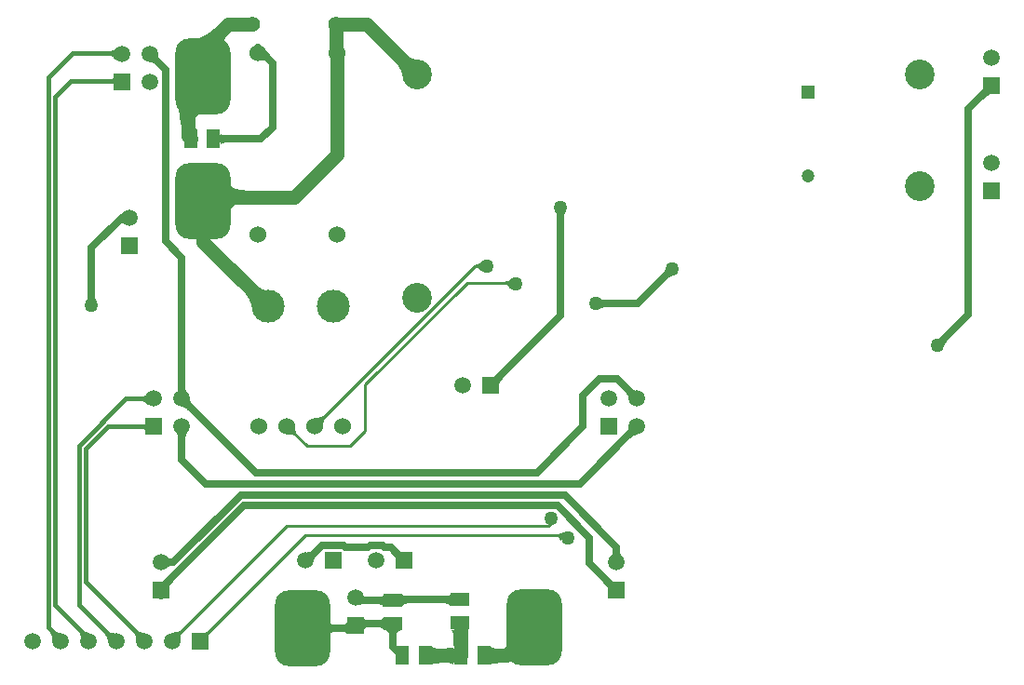
<source format=gtl>
G04 Layer_Physical_Order=1*
G04 Layer_Color=255*
%FSLAX25Y25*%
%MOIN*%
G70*
G01*
G75*
%ADD10R,0.06693X0.05039*%
G04:AMPARAMS|DCode=11|XSize=196.85mil|YSize=271.65mil|CornerRadius=49.21mil|HoleSize=0mil|Usage=FLASHONLY|Rotation=180.000|XOffset=0mil|YOffset=0mil|HoleType=Round|Shape=RoundedRectangle|*
%AMROUNDEDRECTD11*
21,1,0.19685,0.17323,0,0,180.0*
21,1,0.09843,0.27165,0,0,180.0*
1,1,0.09843,-0.04921,0.08661*
1,1,0.09843,0.04921,0.08661*
1,1,0.09843,0.04921,-0.08661*
1,1,0.09843,-0.04921,-0.08661*
%
%ADD11ROUNDEDRECTD11*%
%ADD12R,0.05039X0.06693*%
%ADD13C,0.02500*%
%ADD14C,0.05000*%
%ADD15C,0.01500*%
%ADD16C,0.01000*%
%ADD17R,0.05906X0.05906*%
%ADD18C,0.05906*%
%ADD19C,0.06000*%
%ADD20C,0.11811*%
%ADD21C,0.10630*%
%ADD22R,0.04724X0.04724*%
%ADD23C,0.04724*%
%ADD24C,0.05512*%
%ADD25R,0.05906X0.05906*%
%ADD26C,0.05000*%
G36*
X375317Y237235D02*
X375435Y237068D01*
X375576Y236920D01*
X375740Y236793D01*
X375928Y236685D01*
X376140Y236596D01*
X376375Y236527D01*
X376633Y236478D01*
X376915Y236449D01*
X377220Y236439D01*
X376072Y233939D01*
X375766Y233935D01*
X374940Y233881D01*
X374695Y233849D01*
X374250Y233763D01*
X374050Y233709D01*
X373866Y233648D01*
X373696Y233580D01*
X375223Y237421D01*
X375317Y237235D01*
D02*
G37*
G36*
X463648Y243067D02*
X464568Y242286D01*
X464975Y242002D01*
X465347Y241789D01*
X465682Y241646D01*
X465983Y241575D01*
X466247Y241573D01*
X466476Y241643D01*
X466670Y241783D01*
X463146Y238260D01*
X463286Y238453D01*
X463356Y238682D01*
X463354Y238946D01*
X463283Y239247D01*
X463140Y239582D01*
X462927Y239954D01*
X462643Y240361D01*
X462288Y240803D01*
X461366Y241795D01*
X463134Y243563D01*
X463648Y243067D01*
D02*
G37*
G36*
X307783Y242515D02*
X307255Y241969D01*
X306432Y241006D01*
X306137Y240588D01*
X305920Y240213D01*
X305781Y239881D01*
X305720Y239592D01*
X305736Y239345D01*
X305831Y239141D01*
X306003Y238980D01*
X301760Y241783D01*
X301985Y241675D01*
X302239Y241631D01*
X302522Y241650D01*
X302833Y241733D01*
X303172Y241879D01*
X303540Y242089D01*
X303936Y242362D01*
X304361Y242699D01*
X304814Y243099D01*
X305295Y243563D01*
X307783Y242515D01*
D02*
G37*
G36*
X382678Y232689D02*
X382652Y232926D01*
X382577Y233139D01*
X382451Y233326D01*
X382276Y233489D01*
X382049Y233626D01*
X381773Y233739D01*
X381447Y233826D01*
X381070Y233889D01*
X380643Y233926D01*
X380166Y233939D01*
Y236439D01*
X380643Y236451D01*
X381070Y236489D01*
X381447Y236551D01*
X381773Y236639D01*
X382049Y236751D01*
X382276Y236889D01*
X382451Y237051D01*
X382577Y237239D01*
X382652Y237451D01*
X382678Y237689D01*
Y232689D01*
D02*
G37*
G36*
X389359Y237517D02*
X389434Y237356D01*
X389559Y237214D01*
X389734Y237091D01*
X389959Y236987D01*
X390234Y236901D01*
X390559Y236835D01*
X390934Y236788D01*
X391359Y236759D01*
X391834Y236750D01*
Y234250D01*
X391358Y234237D01*
X390931Y234200D01*
X390555Y234137D01*
X390228Y234050D01*
X389952Y233937D01*
X389726Y233800D01*
X389550Y233637D01*
X389424Y233450D01*
X389348Y233237D01*
X389322Y233000D01*
X389334Y237697D01*
X389359Y237517D01*
D02*
G37*
G36*
X406677Y233000D02*
X406652Y233237D01*
X406577Y233450D01*
X406451Y233637D01*
X406276Y233800D01*
X406049Y233937D01*
X405773Y234050D01*
X405447Y234137D01*
X405070Y234200D01*
X404643Y234237D01*
X404166Y234250D01*
Y236750D01*
X404643Y236762D01*
X405070Y236800D01*
X405447Y236862D01*
X405773Y236950D01*
X406049Y237062D01*
X406276Y237200D01*
X406451Y237362D01*
X406577Y237550D01*
X406652Y237762D01*
X406677Y238000D01*
Y233000D01*
D02*
G37*
G36*
X305612Y250393D02*
X305700Y250332D01*
X305816Y250279D01*
X305960Y250233D01*
X306131Y250193D01*
X306330Y250161D01*
X306812Y250118D01*
X307404Y250104D01*
Y247604D01*
X307094Y247601D01*
X306330Y247547D01*
X306131Y247515D01*
X305960Y247476D01*
X305816Y247430D01*
X305700Y247376D01*
X305612Y247316D01*
X305552Y247248D01*
Y250461D01*
X305612Y250393D01*
D02*
G37*
G36*
X446164Y256610D02*
X446052Y256874D01*
X445930Y257111D01*
X445796Y257319D01*
X445651Y257500D01*
X445496Y257652D01*
X445329Y257778D01*
X445151Y257875D01*
X444962Y257944D01*
X444762Y257986D01*
X444551Y258000D01*
X445000Y259000D01*
X445126Y259008D01*
X445280Y259033D01*
X445464Y259073D01*
X445917Y259204D01*
X446814Y259522D01*
X447556Y259815D01*
X446164Y256610D01*
D02*
G37*
G36*
X312309Y295212D02*
X312170Y295030D01*
X312048Y294833D01*
X311942Y294621D01*
X311852Y294395D01*
X311778Y294153D01*
X311721Y293898D01*
X311680Y293627D01*
X311656Y293341D01*
X311648Y293041D01*
X309148D01*
X309139Y293341D01*
X309115Y293627D01*
X309074Y293898D01*
X309017Y294153D01*
X308943Y294395D01*
X308854Y294621D01*
X308747Y294833D01*
X308625Y295030D01*
X308486Y295212D01*
X308331Y295379D01*
X312464D01*
X312309Y295212D01*
D02*
G37*
G36*
X473368Y294535D02*
X473140Y294527D01*
X472913Y294496D01*
X472687Y294443D01*
X472462Y294369D01*
X472238Y294272D01*
X472016Y294154D01*
X471795Y294013D01*
X471574Y293851D01*
X471355Y293666D01*
X471137Y293460D01*
X469369Y295228D01*
X469576Y295446D01*
X469760Y295665D01*
X469923Y295885D01*
X470063Y296106D01*
X470182Y296329D01*
X470278Y296553D01*
X470353Y296777D01*
X470406Y297003D01*
X470436Y297230D01*
X470445Y297459D01*
X473368Y294535D01*
D02*
G37*
G36*
X387306Y253979D02*
X388243Y253182D01*
X388654Y252894D01*
X389027Y252679D01*
X389362Y252538D01*
X389657Y252470D01*
X389915Y252476D01*
X390134Y252555D01*
X390315Y252708D01*
X387071Y248905D01*
X387199Y249111D01*
X387259Y249350D01*
X387250Y249621D01*
X387174Y249926D01*
X387030Y250263D01*
X386818Y250633D01*
X386539Y251035D01*
X386191Y251471D01*
X385291Y252441D01*
X386780Y254488D01*
X387306Y253979D01*
D02*
G37*
G36*
X467325Y253301D02*
X467333Y253001D01*
X467357Y252716D01*
X467398Y252445D01*
X467455Y252189D01*
X467529Y251948D01*
X467619Y251721D01*
X467725Y251510D01*
X467848Y251313D01*
X467986Y251131D01*
X468142Y250963D01*
X464008Y250963D01*
X464163Y251131D01*
X464302Y251313D01*
X464425Y251510D01*
X464531Y251721D01*
X464620Y251948D01*
X464694Y252189D01*
X464751Y252445D01*
X464792Y252716D01*
X464817Y253001D01*
X464825Y253301D01*
X467325Y253301D01*
D02*
G37*
G36*
X358694Y251293D02*
X358486Y251077D01*
X358122Y250647D01*
X357965Y250433D01*
X357826Y250219D01*
X357704Y250007D01*
X357599Y249795D01*
X357511Y249584D01*
X357441Y249373D01*
X357388Y249163D01*
X355174Y252654D01*
X355392Y252617D01*
X355611Y252607D01*
X355829Y252623D01*
X356048Y252667D01*
X356268Y252739D01*
X356487Y252837D01*
X356707Y252963D01*
X356927Y253116D01*
X357148Y253296D01*
X357369Y253503D01*
X358694Y251293D01*
D02*
G37*
G36*
X264581Y224498D02*
X264782Y224351D01*
X265003Y224219D01*
X265245Y224103D01*
X265507Y224002D01*
X265790Y223917D01*
X266093Y223847D01*
X266417Y223793D01*
X266761Y223753D01*
X267126Y223729D01*
X264053Y220965D01*
X264066Y221317D01*
X264059Y221651D01*
X264031Y221966D01*
X263984Y222263D01*
X263917Y222542D01*
X263830Y222802D01*
X263723Y223043D01*
X263596Y223267D01*
X263449Y223471D01*
X263282Y223657D01*
X264401Y224660D01*
X264581Y224498D01*
D02*
G37*
G36*
X294581D02*
X294782Y224351D01*
X295003Y224219D01*
X295245Y224103D01*
X295507Y224002D01*
X295790Y223917D01*
X296093Y223847D01*
X296417Y223793D01*
X296761Y223753D01*
X297126Y223729D01*
X294053Y220965D01*
X294066Y221317D01*
X294059Y221651D01*
X294031Y221966D01*
X293984Y222263D01*
X293917Y222542D01*
X293830Y222802D01*
X293723Y223043D01*
X293596Y223267D01*
X293449Y223471D01*
X293282Y223657D01*
X294401Y224660D01*
X294581Y224498D01*
D02*
G37*
G36*
X310570Y223863D02*
X310427Y223697D01*
X310302Y223504D01*
X310195Y223284D01*
X310106Y223035D01*
X310035Y222759D01*
X309982Y222456D01*
X309946Y222125D01*
X309929Y221766D01*
X309947Y220965D01*
X306873Y223729D01*
X307307Y223755D01*
X308082Y223842D01*
X308423Y223904D01*
X308734Y223978D01*
X309014Y224064D01*
X309262Y224163D01*
X309481Y224274D01*
X309668Y224397D01*
X309825Y224532D01*
X310570Y223863D01*
D02*
G37*
G36*
X421058Y218676D02*
X421208Y218534D01*
X421458Y218409D01*
X421808Y218300D01*
X422258Y218209D01*
X422808Y218133D01*
X424208Y218033D01*
X426008Y218000D01*
Y213000D01*
X425058Y212992D01*
X422258Y212791D01*
X421808Y212700D01*
X421458Y212591D01*
X421208Y212466D01*
X421058Y212324D01*
X421008Y212165D01*
Y218834D01*
X421058Y218676D01*
D02*
G37*
G36*
X413235Y224753D02*
X413146Y224603D01*
X413067Y224353D01*
X412999Y224003D01*
X412942Y223553D01*
X412858Y222353D01*
X412817Y220113D01*
X412819Y218834D01*
X407803D01*
Y212165D01*
X407753Y212324D01*
X407603Y212466D01*
X407353Y212591D01*
X407003Y212700D01*
X406553Y212791D01*
X406003Y212866D01*
X404603Y212967D01*
X403892Y212980D01*
X401258Y212791D01*
X400808Y212700D01*
X400458Y212591D01*
X400208Y212466D01*
X400058Y212324D01*
X400008Y212165D01*
Y218834D01*
X400058Y218676D01*
X400208Y218534D01*
X400458Y218409D01*
X400808Y218300D01*
X401258Y218209D01*
X401808Y218133D01*
X403208Y218033D01*
X403919Y218020D01*
X406553Y218209D01*
X407003Y218300D01*
X407353Y218409D01*
X407603Y218534D01*
X407753Y218676D01*
X407803Y218834D01*
X407805Y220259D01*
X407799Y220753D01*
X407628Y223003D01*
X407525Y223553D01*
X407399Y224003D01*
X407250Y224353D01*
X407078Y224603D01*
X406883Y224753D01*
X406666Y224803D01*
X413334D01*
X413235Y224753D01*
D02*
G37*
G36*
X283997Y224084D02*
X284204Y223938D01*
X284427Y223817D01*
X284665Y223721D01*
X284919Y223650D01*
X285188Y223605D01*
X285473Y223584D01*
X285773Y223589D01*
X286089Y223619D01*
X286420Y223675D01*
X284094Y220257D01*
X284020Y220633D01*
X283845Y221316D01*
X283744Y221623D01*
X283516Y222169D01*
X283389Y222408D01*
X283252Y222623D01*
X283107Y222816D01*
X282953Y222986D01*
X283805Y224256D01*
X283997Y224084D01*
D02*
G37*
G36*
X274921Y224656D02*
X275114Y224511D01*
X275331Y224375D01*
X275570Y224248D01*
X275832Y224132D01*
X276116Y224025D01*
X276424Y223927D01*
X277105Y223761D01*
X277480Y223693D01*
X274097Y221318D01*
X274148Y221652D01*
X274174Y221970D01*
X274176Y222271D01*
X274153Y222558D01*
X274105Y222828D01*
X274032Y223083D01*
X273936Y223322D01*
X273814Y223545D01*
X273667Y223752D01*
X273496Y223943D01*
X274749Y224811D01*
X274921Y224656D01*
D02*
G37*
G36*
X320648Y223941D02*
X320439Y223725D01*
X320112Y223342D01*
X319994Y223176D01*
X319907Y223026D01*
X319851Y222893D01*
X319825Y222777D01*
X319829Y222677D01*
X319864Y222593D01*
X319929Y222527D01*
X318306Y223708D01*
X318392Y223663D01*
X318491Y223643D01*
X318602Y223650D01*
X318725Y223683D01*
X318861Y223742D01*
X319008Y223827D01*
X319168Y223938D01*
X319340Y224075D01*
X319720Y224427D01*
X320648Y223941D01*
D02*
G37*
G36*
X375466Y229036D02*
X375541Y228871D01*
X375666Y228725D01*
X375841Y228599D01*
X376066Y228492D01*
X376341Y228405D01*
X376666Y228337D01*
X377041Y228289D01*
X377466Y228260D01*
X377941Y228250D01*
Y225750D01*
X377464Y225737D01*
X377037Y225700D01*
X376661Y225637D01*
X376335Y225550D01*
X376058Y225437D01*
X375832Y225300D01*
X375656Y225137D01*
X375530Y224950D01*
X375454Y224737D01*
X375429Y224500D01*
X375441Y229220D01*
X375466Y229036D01*
D02*
G37*
G36*
X382678Y224500D02*
X382652Y224737D01*
X382577Y224950D01*
X382451Y225137D01*
X382276Y225300D01*
X382049Y225437D01*
X381773Y225550D01*
X381447Y225637D01*
X381070Y225700D01*
X380643Y225737D01*
X380166Y225750D01*
Y228250D01*
X380643Y228262D01*
X381070Y228300D01*
X381447Y228362D01*
X381773Y228450D01*
X382049Y228562D01*
X382276Y228700D01*
X382451Y228862D01*
X382577Y229050D01*
X382652Y229262D01*
X382678Y229500D01*
Y224500D01*
D02*
G37*
G36*
X388262Y224467D02*
X388050Y224392D01*
X387862Y224267D01*
X387700Y224092D01*
X387562Y223867D01*
X387450Y223592D01*
X387362Y223267D01*
X387300Y222892D01*
X387262Y222467D01*
X387250Y221992D01*
X384750D01*
X384737Y222467D01*
X384700Y222892D01*
X384637Y223267D01*
X384550Y223592D01*
X384437Y223867D01*
X384300Y224092D01*
X384137Y224267D01*
X383950Y224392D01*
X383737Y224467D01*
X383500Y224492D01*
X388500D01*
X388262Y224467D01*
D02*
G37*
G36*
X363359Y227542D02*
X363434Y227329D01*
X363560Y227142D01*
X363736Y226979D01*
X363962Y226842D01*
X364238Y226729D01*
X364564Y226642D01*
X364941Y226579D01*
X365368Y226542D01*
X365846Y226530D01*
Y224029D01*
X365368Y224017D01*
X364941Y223979D01*
X364564Y223917D01*
X364238Y223830D01*
X363962Y223717D01*
X363736Y223580D01*
X363560Y223417D01*
X363434Y223230D01*
X363359Y223017D01*
X363334Y222779D01*
Y227780D01*
X363359Y227542D01*
D02*
G37*
G36*
X369559Y223339D02*
X369534Y223470D01*
X369459Y223587D01*
X369334Y223691D01*
X369159Y223781D01*
X368934Y223857D01*
X368659Y223919D01*
X368334Y223967D01*
X367959Y224002D01*
X367059Y224029D01*
Y226530D01*
X367536Y226542D01*
X367962Y226579D01*
X368339Y226642D01*
X368665Y226729D01*
X368941Y226842D01*
X369168Y226979D01*
X369344Y227142D01*
X369470Y227329D01*
X369546Y227542D01*
X369571Y227780D01*
X369559Y223339D01*
D02*
G37*
G36*
X351003Y297316D02*
X351055Y296540D01*
X351104Y296197D01*
X351168Y295884D01*
X351248Y295601D01*
X351342Y295348D01*
X351452Y295125D01*
X351577Y294932D01*
X351718Y294769D01*
X351011Y294061D01*
X350848Y294202D01*
X350655Y294327D01*
X350431Y294437D01*
X350178Y294532D01*
X349895Y294611D01*
X349582Y294675D01*
X349239Y294724D01*
X348463Y294777D01*
X348030Y294780D01*
X351000Y297749D01*
X351003Y297316D01*
D02*
G37*
G36*
X327884Y384304D02*
X328034Y383879D01*
X328285Y383505D01*
X328636Y383179D01*
X329087Y382905D01*
X329638Y382680D01*
X330290Y382505D01*
X331041Y382380D01*
X331893Y382305D01*
X332846Y382279D01*
Y377279D01*
X331893Y377255D01*
X331041Y377180D01*
X330290Y377055D01*
X329638Y376880D01*
X329087Y376655D01*
X328636Y376379D01*
X328285Y376055D01*
X328034Y375679D01*
X327884Y375255D01*
X327834Y374780D01*
Y384780D01*
X327884Y384304D01*
D02*
G37*
G36*
X324210Y402762D02*
X324285Y402550D01*
X324411Y402362D01*
X324587Y402200D01*
X324813Y402062D01*
X325089Y401950D01*
X325415Y401862D01*
X325792Y401800D01*
X326219Y401762D01*
X326697Y401750D01*
Y399250D01*
X326219Y399237D01*
X325792Y399200D01*
X325415Y399137D01*
X325089Y399050D01*
X324813Y398937D01*
X324587Y398800D01*
X324411Y398637D01*
X324285Y398450D01*
X324210Y398237D01*
X324185Y398000D01*
Y403000D01*
X324210Y402762D01*
D02*
G37*
G36*
X317500Y409426D02*
X317025Y409513D01*
X316600Y409469D01*
X316225Y409294D01*
X315900Y408989D01*
X315625Y408553D01*
X315400Y407986D01*
X315225Y407289D01*
X315104Y406488D01*
X315161Y405634D01*
X315252Y405084D01*
X315363Y404634D01*
X315494Y404284D01*
X315645Y404034D01*
X315816Y403884D01*
X316008Y403834D01*
X310992D01*
X310689Y405361D01*
X310000Y405512D01*
X309987Y406380D01*
X309790Y408705D01*
X309673Y409387D01*
X309359Y410613D01*
X309162Y411156D01*
X308940Y411653D01*
X308691Y412103D01*
X317500Y409426D01*
D02*
G37*
G36*
X417715Y353250D02*
X417472Y353487D01*
X417005Y353887D01*
X416780Y354050D01*
X416561Y354187D01*
X416347Y354300D01*
X416140Y354387D01*
X415938Y354450D01*
X415741Y354487D01*
X415551Y354500D01*
Y355500D01*
X415741Y355512D01*
X415938Y355550D01*
X416140Y355612D01*
X416347Y355700D01*
X416561Y355812D01*
X416780Y355950D01*
X417005Y356112D01*
X417236Y356300D01*
X417715Y356750D01*
Y353250D01*
D02*
G37*
G36*
X289629Y370133D02*
X289493Y370231D01*
X289347Y370293D01*
X289191Y370321D01*
X289024Y370315D01*
X288848Y370273D01*
X288661Y370197D01*
X288464Y370086D01*
X288257Y369940D01*
X288040Y369760D01*
X287813Y369545D01*
X286494Y371762D01*
X289113Y373985D01*
X289629Y370133D01*
D02*
G37*
G36*
X447655Y374108D02*
X447570Y373983D01*
X447495Y373840D01*
X447430Y373679D01*
X447375Y373500D01*
X447330Y373303D01*
X447295Y373088D01*
X447270Y372855D01*
X447250Y372335D01*
X444750D01*
X444745Y372604D01*
X444705Y373088D01*
X444670Y373303D01*
X444625Y373500D01*
X444570Y373679D01*
X444505Y373840D01*
X444430Y373983D01*
X444345Y374108D01*
X444250Y374215D01*
X447750D01*
X447655Y374108D01*
D02*
G37*
G36*
X600925Y416559D02*
X600731Y416701D01*
X600501Y416771D01*
X600236D01*
X599935Y416701D01*
X599600Y416559D01*
X599228Y416347D01*
X598822Y416064D01*
X598380Y415711D01*
X597390Y414791D01*
X595622Y416559D01*
X596117Y417072D01*
X596895Y417991D01*
X597178Y418398D01*
X597390Y418769D01*
X597531Y419105D01*
X597602Y419405D01*
Y419670D01*
X597531Y419900D01*
X597390Y420095D01*
X600925Y416559D01*
D02*
G37*
G36*
X340257Y432481D02*
X340331Y432367D01*
X340424Y432239D01*
X340670Y431936D01*
X341188Y431369D01*
X341632Y430915D01*
X341007Y428005D01*
X340780Y428218D01*
X340557Y428397D01*
X340339Y428544D01*
X340126Y428658D01*
X339917Y428739D01*
X339713Y428787D01*
X339513Y428802D01*
X339317Y428783D01*
X339127Y428732D01*
X338941Y428648D01*
X340204Y432579D01*
X340257Y432481D01*
D02*
G37*
G36*
X286595Y429139D02*
X286370Y429403D01*
X286143Y429640D01*
X285912Y429848D01*
X285678Y430029D01*
X285441Y430182D01*
X285200Y430307D01*
X284957Y430404D01*
X284711Y430474D01*
X284461Y430516D01*
X284209Y430529D01*
X284363Y432029D01*
X284601Y432042D01*
X284845Y432078D01*
X285095Y432140D01*
X285350Y432225D01*
X285612Y432335D01*
X285878Y432470D01*
X286151Y432629D01*
X286429Y432813D01*
X287003Y433253D01*
X286595Y429139D01*
D02*
G37*
G36*
X328444Y439688D02*
X327598Y438807D01*
X326366Y437292D01*
X325979Y436658D01*
X325745Y436106D01*
X325664Y435636D01*
X325736Y435249D01*
X325961Y434943D01*
X326339Y434720D01*
X326869Y434579D01*
X314735Y436574D01*
X315351Y436520D01*
X315986Y436556D01*
X316643Y436684D01*
X317319Y436903D01*
X318016Y437212D01*
X318733Y437612D01*
X319471Y438103D01*
X320229Y438685D01*
X321007Y439358D01*
X321806Y440121D01*
X328444Y439688D01*
D02*
G37*
G36*
X285969Y419779D02*
X285954Y419922D01*
X285908Y420049D01*
X285833Y420162D01*
X285727Y420260D01*
X285591Y420342D01*
X285424Y420409D01*
X285228Y420462D01*
X285001Y420500D01*
X284744Y420522D01*
X284457Y420530D01*
Y422029D01*
X284744Y422037D01*
X285001Y422059D01*
X285228Y422097D01*
X285424Y422150D01*
X285591Y422217D01*
X285727Y422299D01*
X285833Y422397D01*
X285908Y422509D01*
X285954Y422637D01*
X285969Y422780D01*
Y419779D01*
D02*
G37*
G36*
X391101Y430731D02*
X391891Y430079D01*
X392276Y429815D01*
X392655Y429592D01*
X393026Y429410D01*
X393391Y429269D01*
X393750Y429170D01*
X394102Y429111D01*
X394447Y429094D01*
X389185Y423833D01*
X389168Y424178D01*
X389110Y424530D01*
X389010Y424888D01*
X388870Y425253D01*
X388688Y425625D01*
X388465Y426003D01*
X388200Y426388D01*
X387895Y426780D01*
X387548Y427178D01*
X387161Y427583D01*
X390696Y431119D01*
X391101Y430731D01*
D02*
G37*
G36*
X301859Y430730D02*
X301890Y430503D01*
X301942Y430277D01*
X302017Y430053D01*
X302113Y429829D01*
X302232Y429606D01*
X302372Y429385D01*
X302535Y429165D01*
X302719Y428946D01*
X302926Y428728D01*
X301158Y426960D01*
X300940Y427166D01*
X300721Y427351D01*
X300501Y427513D01*
X300279Y427654D01*
X300057Y427772D01*
X299833Y427869D01*
X299608Y427944D01*
X299382Y427996D01*
X299155Y428027D01*
X298927Y428035D01*
X301850Y430959D01*
X301859Y430730D01*
D02*
G37*
G36*
X298289Y305421D02*
X298031Y305671D01*
X297775Y305895D01*
X297520Y306093D01*
X297266Y306264D01*
X297014Y306409D01*
X296762Y306527D01*
X296513Y306620D01*
X296264Y306685D01*
X296016Y306725D01*
X295770Y306738D01*
Y308238D01*
X296016Y308251D01*
X296264Y308291D01*
X296513Y308357D01*
X296762Y308449D01*
X297014Y308567D01*
X297266Y308712D01*
X297520Y308883D01*
X297775Y309081D01*
X298031Y309305D01*
X298289Y309555D01*
Y305421D01*
D02*
G37*
G36*
X471355Y311310D02*
X471574Y311125D01*
X471795Y310963D01*
X472016Y310823D01*
X472238Y310704D01*
X472462Y310607D01*
X472687Y310533D01*
X472913Y310480D01*
X473140Y310449D01*
X473368Y310441D01*
X470445Y307518D01*
X470436Y307746D01*
X470406Y307973D01*
X470353Y308199D01*
X470278Y308424D01*
X470182Y308647D01*
X470063Y308870D01*
X469923Y309091D01*
X469760Y309312D01*
X469576Y309531D01*
X469369Y309749D01*
X471137Y311516D01*
X471355Y311310D01*
D02*
G37*
G36*
X311656Y311635D02*
X311680Y311349D01*
X311721Y311079D01*
X311778Y310823D01*
X311852Y310582D01*
X311942Y310355D01*
X312048Y310144D01*
X312170Y309947D01*
X312309Y309764D01*
X312464Y309597D01*
X308331D01*
X308486Y309764D01*
X308625Y309947D01*
X308747Y310144D01*
X308854Y310355D01*
X308943Y310582D01*
X309017Y310823D01*
X309074Y311079D01*
X309115Y311349D01*
X309139Y311635D01*
X309148Y311935D01*
X311648D01*
X311656Y311635D01*
D02*
G37*
G36*
X297469Y295988D02*
X297454Y296131D01*
X297408Y296258D01*
X297333Y296371D01*
X297227Y296468D01*
X297091Y296551D01*
X296924Y296618D01*
X296728Y296671D01*
X296501Y296708D01*
X296244Y296731D01*
X295957Y296738D01*
Y298238D01*
X296244Y298246D01*
X296501Y298268D01*
X296728Y298306D01*
X296924Y298358D01*
X297091Y298426D01*
X297227Y298508D01*
X297333Y298606D01*
X297408Y298718D01*
X297454Y298846D01*
X297469Y298988D01*
Y295988D01*
D02*
G37*
G36*
X361774Y300709D02*
X361636Y300548D01*
X361511Y300357D01*
X361400Y300135D01*
X361303Y299882D01*
X361219Y299598D01*
X361148Y299283D01*
X361090Y298936D01*
X361016Y298151D01*
X360999Y297712D01*
X358127Y300777D01*
X358554Y300766D01*
X359321Y300797D01*
X359661Y300838D01*
X359971Y300895D01*
X360253Y300970D01*
X360506Y301062D01*
X360730Y301171D01*
X360925Y301296D01*
X361090Y301439D01*
X361774Y300709D01*
D02*
G37*
G36*
X313359Y307230D02*
X313390Y307003D01*
X313442Y306777D01*
X313517Y306553D01*
X313613Y306329D01*
X313732Y306106D01*
X313872Y305885D01*
X314035Y305665D01*
X314219Y305446D01*
X314426Y305228D01*
X312658Y303460D01*
X312440Y303666D01*
X312221Y303851D01*
X312001Y304013D01*
X311779Y304154D01*
X311557Y304272D01*
X311333Y304369D01*
X311108Y304444D01*
X310882Y304496D01*
X310655Y304527D01*
X310427Y304536D01*
X313350Y307459D01*
X313359Y307230D01*
D02*
G37*
G36*
X425708Y315220D02*
X425212Y314706D01*
X424432Y313786D01*
X424148Y313379D01*
X423935Y313007D01*
X423792Y312672D01*
X423720Y312372D01*
X423719Y312107D01*
X423788Y311878D01*
X423929Y311685D01*
X420405Y315208D01*
X420599Y315068D01*
X420827Y314999D01*
X421092Y315000D01*
X421392Y315072D01*
X421728Y315214D01*
X422099Y315428D01*
X422506Y315712D01*
X422949Y316066D01*
X423941Y316988D01*
X425708Y315220D01*
D02*
G37*
G36*
X279255Y344396D02*
X279295Y343912D01*
X279330Y343697D01*
X279375Y343500D01*
X279430Y343321D01*
X279495Y343160D01*
X279570Y343017D01*
X279655Y342892D01*
X279750Y342785D01*
X276250D01*
X276345Y342892D01*
X276430Y343017D01*
X276505Y343160D01*
X276570Y343321D01*
X276625Y343500D01*
X276670Y343697D01*
X276705Y343912D01*
X276730Y344145D01*
X276750Y344665D01*
X279250D01*
X279255Y344396D01*
D02*
G37*
G36*
X427901Y347142D02*
X427724Y347400D01*
X427544Y347631D01*
X427361Y347835D01*
X427175Y348011D01*
X426987Y348161D01*
X426795Y348283D01*
X426601Y348378D01*
X426403Y348446D01*
X426203Y348486D01*
X426000Y348500D01*
X426209Y349500D01*
X426377Y349511D01*
X426562Y349543D01*
X426762Y349596D01*
X426978Y349671D01*
X427209Y349768D01*
X427719Y350025D01*
X427997Y350186D01*
X428601Y350572D01*
X427901Y347142D01*
D02*
G37*
G36*
X485975Y351500D02*
X485832Y351492D01*
X485684Y351463D01*
X485530Y351415D01*
X485370Y351347D01*
X485204Y351260D01*
X485033Y351152D01*
X484856Y351025D01*
X484674Y350878D01*
X484292Y350524D01*
X482524Y352292D01*
X482711Y352486D01*
X483025Y352856D01*
X483152Y353033D01*
X483260Y353204D01*
X483347Y353370D01*
X483415Y353530D01*
X483463Y353684D01*
X483492Y353832D01*
X483500Y353975D01*
X485975Y351500D01*
D02*
G37*
G36*
X584475Y328208D02*
X584289Y328014D01*
X583975Y327643D01*
X583848Y327467D01*
X583740Y327296D01*
X583653Y327130D01*
X583585Y326970D01*
X583537Y326816D01*
X583508Y326668D01*
X583500Y326525D01*
X581025Y329000D01*
X581168Y329008D01*
X581316Y329037D01*
X581470Y329085D01*
X581630Y329153D01*
X581796Y329240D01*
X581967Y329348D01*
X582143Y329475D01*
X582326Y329622D01*
X582708Y329975D01*
X584475Y328208D01*
D02*
G37*
G36*
X460392Y343155D02*
X460517Y343070D01*
X460660Y342995D01*
X460821Y342930D01*
X461000Y342875D01*
X461197Y342830D01*
X461412Y342795D01*
X461645Y342770D01*
X462165Y342750D01*
Y340250D01*
X461896Y340245D01*
X461412Y340205D01*
X461197Y340170D01*
X461000Y340125D01*
X460821Y340070D01*
X460660Y340005D01*
X460517Y339930D01*
X460392Y339845D01*
X460285Y339750D01*
Y343250D01*
X460392Y343155D01*
D02*
G37*
G36*
X337104Y348140D02*
X337542Y347771D01*
X337983Y347446D01*
X338425Y347165D01*
X338871Y346928D01*
X339318Y346734D01*
X339768Y346585D01*
X340219Y346480D01*
X340673Y346419D01*
X341130Y346401D01*
X335284Y340555D01*
X335266Y341012D01*
X335205Y341466D01*
X335100Y341917D01*
X334950Y342367D01*
X334757Y342814D01*
X334520Y343260D01*
X334239Y343702D01*
X333914Y344143D01*
X333545Y344581D01*
X333133Y345017D01*
X336668Y348552D01*
X337104Y348140D01*
D02*
G37*
D10*
X386000Y227000D02*
D03*
Y235189D02*
D03*
X410000Y235500D02*
D03*
Y227311D02*
D03*
D11*
X318000Y378279D02*
D03*
Y423000D02*
D03*
X436500Y225500D02*
D03*
X353500Y225279D02*
D03*
D12*
X418500Y215500D02*
D03*
X410311D02*
D03*
X397500D02*
D03*
X389311D02*
D03*
X313500Y400500D02*
D03*
X321689D02*
D03*
D13*
X386000Y235189D02*
X386311Y235500D01*
X410000D01*
X372500Y236280D02*
X373590Y235189D01*
X386000D01*
X372500Y226279D02*
X373220Y227000D01*
X386000D01*
Y218811D02*
X389311Y215500D01*
X386000Y218811D02*
Y227000D01*
X338720Y400500D02*
X343000Y404779D01*
X321689Y400500D02*
X338720D01*
X303075Y248854D02*
X307404D01*
X466386Y314500D02*
X473398Y307488D01*
X460000Y314500D02*
X466386D01*
X454000Y308500D02*
X460000Y314500D01*
X454000Y297500D02*
Y308500D01*
X473398Y307488D02*
X474512D01*
X592000Y411169D02*
X600331Y419500D01*
X288854Y372354D02*
X291575D01*
X278000Y361500D02*
X288854Y372354D01*
X278000Y341000D02*
Y361500D01*
X303000Y237000D02*
Y239500D01*
X337500Y433280D02*
X343000Y427779D01*
Y404779D02*
Y427779D01*
X353500Y225279D02*
X371779D01*
X372500Y226000D02*
Y226279D01*
X371779Y225279D02*
X372500Y226000D01*
X310398Y307488D02*
Y358102D01*
X304500Y364000D02*
X310398Y358102D01*
X304500Y364000D02*
Y425386D01*
X298898Y430988D02*
X304500Y425386D01*
X456429Y248500D02*
X466075Y238854D01*
X581000Y326500D02*
X592000Y337500D01*
Y411169D01*
X354500Y249780D02*
X355412D01*
X456429Y248500D02*
Y257675D01*
X466075Y248854D02*
Y254425D01*
X307404Y248854D02*
X331550Y273000D01*
X447500D01*
X466075Y254425D01*
X319000Y277000D02*
X452909D01*
X473398Y297488D01*
X310398Y285602D02*
Y297488D01*
Y285602D02*
X319000Y277000D01*
X437500Y281000D02*
X454000Y297500D01*
X310398Y307488D02*
X336886Y281000D01*
X437500D01*
X421000Y312280D02*
X446000Y337280D01*
Y376000D01*
X458500Y341500D02*
X473500D01*
X486000Y354000D01*
X382887Y254250D02*
X385250D01*
X389500Y250000D01*
X355412Y249780D02*
X360615Y254982D01*
X368385D01*
X369117Y254250D01*
X377113D01*
X377845Y254982D01*
X382155D01*
X382887Y254250D01*
X332750Y269250D02*
X444854D01*
X303000Y239500D02*
X332750Y269250D01*
X444854D02*
X456429Y257675D01*
D14*
X426500Y215500D02*
X436500Y225500D01*
X418500Y215500D02*
X426500D01*
X410000Y227311D02*
X410311Y227000D01*
Y215500D02*
Y227000D01*
X397500Y215500D02*
X410311D01*
X312500Y417500D02*
X318000Y423000D01*
X312500Y401500D02*
Y417500D01*
Y401500D02*
X313500Y400500D01*
X318000Y423000D02*
Y432780D01*
X376500Y441780D02*
X394500Y423779D01*
X365500Y441780D02*
X376500D01*
X365846Y395126D02*
Y431280D01*
X350500Y379780D02*
X365846Y395126D01*
X319500Y379780D02*
X350500D01*
X318000Y378279D02*
X319500Y379780D01*
X365500Y431626D02*
X365846Y431280D01*
X365500Y431626D02*
Y441780D01*
X327000D02*
X335500D01*
X318000Y432780D02*
X327000Y441780D01*
X318000Y363685D02*
Y378279D01*
Y363685D02*
X341189Y340496D01*
D15*
X290453Y307488D02*
X300398D01*
X273500Y233500D02*
Y290535D01*
X290453Y307488D01*
X283988Y297488D02*
X300398D01*
X276000Y289500D02*
X283988Y297488D01*
X276000Y242000D02*
Y289500D01*
X265000Y233500D02*
X277250Y221250D01*
X262500Y225500D02*
X267000Y221000D01*
X273500Y233500D02*
X285500Y221500D01*
X276000Y242000D02*
X297000Y221000D01*
X262500Y225500D02*
Y422500D01*
X271280Y431280D01*
X287000D01*
X265000Y233500D02*
Y415500D01*
X270779Y421279D01*
X287000D01*
D16*
X358000Y297779D02*
X358138D01*
X415358Y355000D01*
X348000Y297779D02*
X355279Y290500D01*
X370500D01*
X376000Y296000D01*
Y312500D01*
X415358Y355000D02*
X419500D01*
X429500Y349000D02*
X430000Y348500D01*
X376000Y312500D02*
X412500Y349000D01*
X429500D01*
X307000Y221000D02*
X348000Y262000D01*
X317000Y221000D02*
X354500Y258500D01*
X348000Y262000D02*
X441500D01*
X442500Y263000D01*
Y264500D01*
X354500Y258500D02*
X447500D01*
X448500Y257500D01*
D17*
X466075Y238854D02*
D03*
X600331Y382000D02*
D03*
Y419500D02*
D03*
X303075Y238854D02*
D03*
X291575Y362354D02*
D03*
X463398Y297488D02*
D03*
X300398D02*
D03*
X288898Y420988D02*
D03*
X372500Y226279D02*
D03*
D18*
X466075Y248854D02*
D03*
X600331Y392000D02*
D03*
Y429500D02*
D03*
X303075Y248854D02*
D03*
X291575Y372354D02*
D03*
X473398Y307488D02*
D03*
X463398D02*
D03*
X473398Y297488D02*
D03*
X310398Y307488D02*
D03*
X300398D02*
D03*
X310398Y297488D02*
D03*
X298898Y430988D02*
D03*
X288898D02*
D03*
X298898Y420988D02*
D03*
X372500Y236280D02*
D03*
X354500Y249780D02*
D03*
X411000Y312280D02*
D03*
X380000Y249780D02*
D03*
X297000Y220779D02*
D03*
X307000D02*
D03*
X287000D02*
D03*
X277000D02*
D03*
X267000D02*
D03*
X257000D02*
D03*
D19*
X338000Y297779D02*
D03*
X348000D02*
D03*
X358000D02*
D03*
X368000D02*
D03*
X337500Y366319D02*
D03*
X365846D02*
D03*
X337500Y431280D02*
D03*
X365846D02*
D03*
D20*
X341189Y340496D02*
D03*
X364811D02*
D03*
D21*
X394500Y343779D02*
D03*
X574500Y383780D02*
D03*
X394500Y423779D02*
D03*
X574500D02*
D03*
D22*
X534500Y417279D02*
D03*
D23*
Y387280D02*
D03*
D24*
X365500Y441780D02*
D03*
X335500D02*
D03*
D25*
X364500Y249780D02*
D03*
X421000Y312280D02*
D03*
X390000Y249780D02*
D03*
X317000Y220779D02*
D03*
D26*
X581000Y326500D02*
D03*
X278000Y341000D02*
D03*
X448500Y257500D02*
D03*
X430000Y348500D02*
D03*
X419500Y355000D02*
D03*
X446000Y376000D02*
D03*
X458500Y341500D02*
D03*
X486000Y354000D02*
D03*
X442500Y264500D02*
D03*
M02*

</source>
